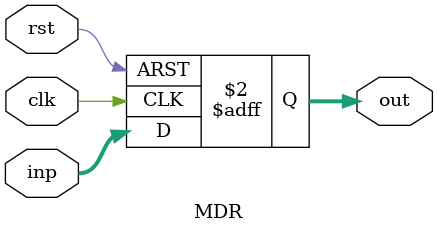
<source format=sv>
`timescale 1ns/1ns

module MDR(input[7:0] inp, input clk, rst, output[7:0] out);
    always @(posedge rst, posedge clk) begin
        if (rst)
            out <= 8'b0;
        else
            out <= inp;
    end
endmodule
</source>
